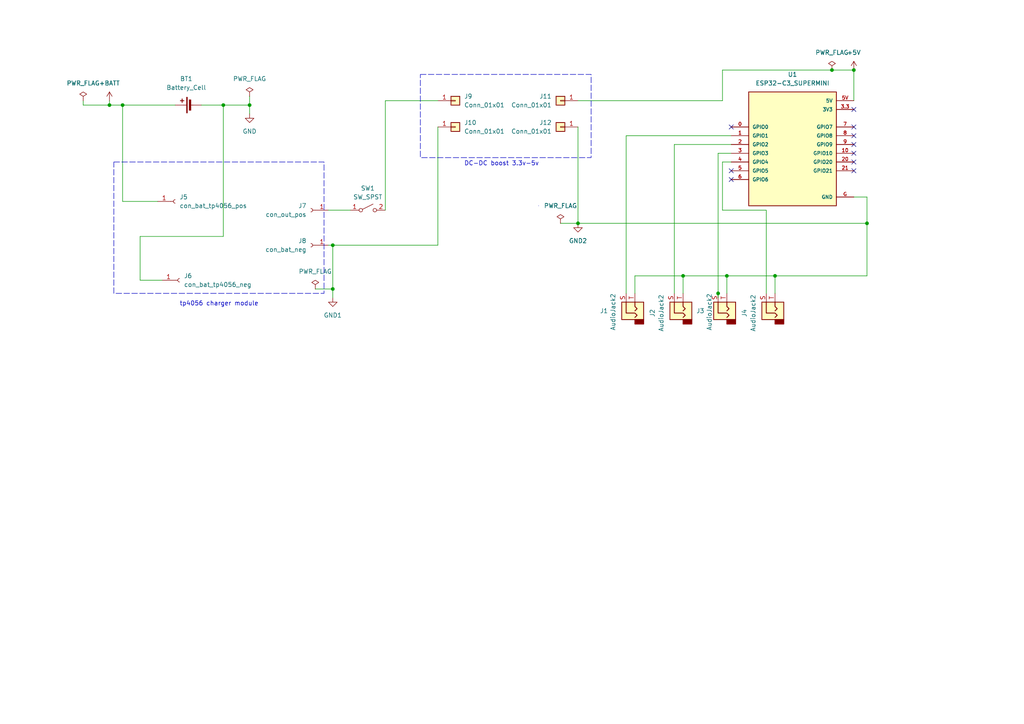
<source format=kicad_sch>
(kicad_sch (version 20230121) (generator eeschema)
  (paper "A4")
  (title_block (title "prototipo 4 emisores en 1") (date "2024-02-25") (company "La Fábrica de Palabras"))
  (lib_symbols
    (symbol "Connector:Conn_01x01_Socket" (pin_names (offset 1.016) hide)
      (property "Reference" "J" (at 0 2.54 0))
      (property "Value" "Conn_01x01_Socket" (at 0 -2.54 0))
      (symbol "Conn_01x01_Socket_1_1"
        (polyline (pts (xy -1.27 0) (xy -0.508 0)) (stroke (width 0.1524)))
        (arc (start 0 0.508) (mid -0.5058 0) (end 0 -0.508) (stroke (width 0.1524)))
        (pin passive line (at -5.08 0 0) (length 3.81) (name "Pin_1") (number "1"))
      )
    )
    (symbol "Connector_Audio:AudioJack2"
      (property "Reference" "J" (at 0 8.89 0))
      (property "Value" "AudioJack2" (at 0 6.35 0))
      (symbol "AudioJack2_0_1"
        (rectangle (start -3.81 0) (end -2.54 -2.54) (stroke (width 0.254)) (fill (type outline)))
        (rectangle (start -2.54 3.81) (end 2.54 -2.54) (stroke (width 0.254)) (fill (type background)))
        (polyline (pts (xy 0 0) (xy 0.635 -0.635) (xy 1.27 0) (xy 2.54 0)) (stroke (width 0.254)))
        (polyline (pts (xy 2.54 2.54) (xy -0.635 2.54) (xy -0.635 0) (xy -1.27 -0.635) (xy -1.905 0)) (stroke (width 0.254)))
      )
      (symbol "AudioJack2_1_1"
        (pin passive line (at 5.08 2.54 180) (length 2.54) (name "~") (number "S"))
        (pin passive line (at 5.08 0 180) (length 2.54) (name "~") (number "T"))
      )
    )
    (symbol "Connector_Generic:Conn_01x01" (pin_names (offset 1.016) hide)
      (property "Reference" "J" (at 0 2.54 0))
      (property "Value" "Conn_01x01" (at 0 -2.54 0))
      (symbol "Conn_01x01_1_1"
        (rectangle (start -1.27 0.127) (end 0 -0.127) (stroke (width 0.1524)))
        (rectangle (start -1.27 1.27) (end 1.27 -1.27) (stroke (width 0.254)) (fill (type background)))
        (pin passive line (at -5.08 0 0) (length 3.81) (name "Pin_1") (number "1"))
      )
    )
    (symbol "Device:Battery_Cell" (pin_numbers hide) (pin_names (offset 0) hide)
      (property "Reference" "BT" (at 2.54 2.54 0))
      (property "Value" "Battery_Cell" (at 2.54 0 0))
      (symbol "Battery_Cell_0_1"
        (rectangle (start -2.286 1.778) (end 2.286 1.524) (fill (type outline)))
        (rectangle (start -1.524 1.016) (end 1.524 0.508) (fill (type outline)))
        (polyline (pts (xy 0 0.762) (xy 0 0)))
        (polyline (pts (xy 0 1.778) (xy 0 2.54)))
        (polyline (pts (xy 0.762 3.048) (xy 1.778 3.048)) (stroke (width 0.254)))
        (polyline (pts (xy 1.27 3.556) (xy 1.27 2.54)) (stroke (width 0.254)))
      )
      (symbol "Battery_Cell_1_1"
        (pin passive line (at 0 5.08 270) (length 2.54) (name "+") (number "1"))
        (pin passive line (at 0 -2.54 90) (length 2.54) (name "-") (number "2"))
      )
    )
    (symbol "ESP32-C3_SUPERMINI:ESP32-C3_SUPERMINI" (pin_names (offset 1.016))
      (property "Reference" "U" (at -12.7 16.002 0))
      (property "Value" "ESP32-C3_SUPERMINI" (at -12.7 -20.32 0))
      (symbol "ESP32-C3_SUPERMINI_0_0"
        (rectangle (start -12.7 -17.78) (end 12.7 15.24) (stroke (width 0.254)) (fill (type background)))
        (pin bidirectional line (at -17.78 5.08 0) (length 5.08) (name "GPIO0") (number "0"))
        (pin bidirectional line (at -17.78 2.54 0) (length 5.08) (name "GPIO1") (number "1"))
        (pin bidirectional line (at 17.78 -2.54 180) (length 5.08) (name "GPIO10") (number "10"))
        (pin bidirectional line (at -17.78 0 0) (length 5.08) (name "GPIO2") (number "2"))
        (pin bidirectional line (at 17.78 -5.08 180) (length 5.08) (name "GPIO20") (number "20"))
        (pin bidirectional line (at 17.78 -7.62 180) (length 5.08) (name "GPIO21") (number "21"))
        (pin bidirectional line (at -17.78 -2.54 0) (length 5.08) (name "GPIO3") (number "3"))
        (pin power_in line (at 17.78 10.16 180) (length 5.08) (name "3V3") (number "3.3"))
        (pin bidirectional line (at -17.78 -5.08 0) (length 5.08) (name "GPIO4") (number "4"))
        (pin bidirectional line (at -17.78 -7.62 0) (length 5.08) (name "GPIO5") (number "5"))
        (pin power_in line (at 17.78 12.7 180) (length 5.08) (name "5V") (number "5V"))
        (pin bidirectional line (at -17.78 -10.16 0) (length 5.08) (name "GPIO6") (number "6"))
        (pin bidirectional line (at 17.78 5.08 180) (length 5.08) (name "GPIO7") (number "7"))
        (pin bidirectional line (at 17.78 2.54 180) (length 5.08) (name "GPIO8") (number "8"))
        (pin bidirectional line (at 17.78 0 180) (length 5.08) (name "GPIO9") (number "9"))
        (pin power_in line (at 17.78 -15.24 180) (length 5.08) (name "GND") (number "G"))
      )
    )
    (symbol "Switch:SW_SPST" (pin_names (offset 0) hide)
      (property "Reference" "SW" (at 0 3.175 0))
      (property "Value" "SW_SPST" (at 0 -2.54 0))
      (symbol "SW_SPST_0_0"
        (circle (center -2.032 0) (radius 0.508))
        (polyline (pts (xy -1.524 0.254) (xy 1.524 1.778)))
        (circle (center 2.032 0) (radius 0.508))
      )
      (symbol "SW_SPST_1_1"
        (pin passive line (at -5.08 0 0) (length 2.54) (name "A") (number "1"))
        (pin passive line (at 5.08 0 180) (length 2.54) (name "B") (number "2"))
      )
    )
    (symbol "power:+5V" (power) (pin_names (offset 0))
      (property "Value" "+5V" (at 0 3.556 0))
      (symbol "+5V_0_1"
        (polyline (pts (xy -0.762 1.27) (xy 0 2.54)))
        (polyline (pts (xy 0 0) (xy 0 2.54)))
        (polyline (pts (xy 0 2.54) (xy 0.762 1.27)))
      )
      (symbol "+5V_1_1"
        (pin power_in line (at 0 0 90) (length 0) hide (name "+5V") (number "1"))
      )
    )
    (symbol "power:+BATT" (power) (pin_names (offset 0))
      (property "Value" "+BATT" (at 0 3.556 0))
      (symbol "+BATT_0_1"
        (polyline (pts (xy -0.762 1.27) (xy 0 2.54)))
        (polyline (pts (xy 0 0) (xy 0 2.54)))
        (polyline (pts (xy 0 2.54) (xy 0.762 1.27)))
      )
      (symbol "+BATT_1_1"
        (pin power_in line (at 0 0 90) (length 0) hide (name "+BATT") (number "1"))
      )
    )
    (symbol "power:GND" (power) (pin_names (offset 0))
      (property "Value" "GND" (at 0 -3.81 0))
      (symbol "GND_0_1"
        (polyline (pts (xy 0 0) (xy 0 -1.27) (xy 1.27 -1.27) (xy 0 -2.54) (xy -1.27 -1.27) (xy 0 -1.27)))
      )
      (symbol "GND_1_1"
        (pin power_in line (at 0 0 270) (length 0) hide (name "GND") (number "1"))
      )
    )
    (symbol "power:GND1" (power) (pin_names (offset 0))
      (property "Value" "GND1" (at 0 -3.81 0))
      (symbol "GND1_0_1"
        (polyline (pts (xy 0 0) (xy 0 -1.27) (xy 1.27 -1.27) (xy 0 -2.54) (xy -1.27 -1.27) (xy 0 -1.27)))
      )
      (symbol "GND1_1_1"
        (pin power_in line (at 0 0 270) (length 0) hide (name "GND1") (number "1"))
      )
    )
    (symbol "power:GND2" (power) (pin_names (offset 0))
      (property "Value" "GND2" (at 0 -3.81 0))
      (symbol "GND2_0_1"
        (polyline (pts (xy 0 0) (xy 0 -1.27) (xy 1.27 -1.27) (xy 0 -2.54) (xy -1.27 -1.27) (xy 0 -1.27)))
      )
      (symbol "GND2_1_1"
        (pin power_in line (at 0 0 270) (length 0) hide (name "GND2") (number "1"))
      )
    )
    (symbol "power:PWR_FLAG" (power) (pin_numbers hide) (pin_names (offset 0) hide)
      (property "Value" "PWR_FLAG" (at 0 3.81 0))
      (symbol "PWR_FLAG_0_0"
        (pin power_out line (at 0 0 90) (length 0) (name "pwr") (number "1"))
      )
      (symbol "PWR_FLAG_0_1"
        (polyline (pts (xy 0 0) (xy 0 1.27) (xy -1.016 1.905) (xy 0 2.54) (xy 1.016 1.905) (xy 0 1.27)))
      )
    )
  )
  (junction (at 210.82 80.01))
  (junction (at 224.79 80.01))
  (junction (at 35.56 30.48))
  (junction (at 96.52 71.12))
  (junction (at 31.75 30.48))
  (junction (at 241.3 20.32))
  (junction (at 247.65 20.32))
  (junction (at 198.12 80.01))
  (junction (at 96.52 83.82))
  (junction (at 167.64 64.77))
  (junction (at 72.39 30.48))
  (junction (at 208.28 85.09))
  (junction (at 64.77 30.48))
  (junction (at 251.46 64.77))
  (no_connect (at 212.09 49.53))
  (no_connect (at 247.65 49.53))
  (no_connect (at 247.65 46.99))
  (no_connect (at 212.09 52.07))
  (no_connect (at 247.65 39.37))
  (no_connect (at 247.65 31.75))
  (no_connect (at 247.65 44.45))
  (no_connect (at 247.65 36.83))
  (no_connect (at 247.65 41.91))
  (no_connect (at 212.09 36.83))
  (wire (pts (xy 212.09 46.99) (xy 209.55 46.99)))
  (wire (pts (xy 251.46 57.15) (xy 251.46 64.77)))
  (wire (pts (xy 181.61 39.37) (xy 181.61 85.09)))
  (wire (pts (xy 35.56 30.48) (xy 31.75 30.48)))
  (wire (pts (xy 224.79 80.01) (xy 224.79 85.09)))
  (wire (pts (xy 162.56 64.77) (xy 167.64 64.77)))
  (wire (pts (xy 95.25 71.12) (xy 96.52 71.12)))
  (wire (pts (xy 167.64 36.83) (xy 167.64 64.77)))
  (wire (pts (xy 24.13 30.48) (xy 24.13 29.21)))
  (wire (pts (xy 111.76 29.21) (xy 111.76 60.96)))
  (wire (pts (xy 35.56 58.42) (xy 35.56 30.48)))
  (wire (pts (xy 31.75 29.21) (xy 31.75 30.48)))
  (wire (pts (xy 167.64 29.21) (xy 209.55 29.21)))
  (wire (pts (xy 195.58 41.91) (xy 195.58 85.09)))
  (wire (pts (xy 64.77 68.58) (xy 64.77 30.48)))
  (wire (pts (xy 72.39 30.48) (xy 72.39 27.94)))
  (wire (pts (xy 209.55 60.96) (xy 222.25 60.96)))
  (wire (pts (xy 222.25 60.96) (xy 222.25 85.09)))
  (wire (pts (xy 64.77 30.48) (xy 72.39 30.48)))
  (wire (pts (xy 251.46 80.01) (xy 224.79 80.01)))
  (wire (pts (xy 167.64 64.77) (xy 251.46 64.77)))
  (wire (pts (xy 40.64 81.28) (xy 40.64 68.58)))
  (wire (pts (xy 184.15 80.01) (xy 184.15 85.09)))
  (wire (pts (xy 247.65 57.15) (xy 251.46 57.15)))
  (wire (pts (xy 247.65 20.32) (xy 241.3 20.32)))
  (wire (pts (xy 247.65 29.21) (xy 247.65 20.32)))
  (wire (pts (xy 198.12 80.01) (xy 198.12 85.09)))
  (wire (pts (xy 95.25 60.96) (xy 101.6 60.96)))
  (wire (pts (xy 72.39 30.48) (xy 72.39 33.02)))
  (wire (pts (xy 181.61 39.37) (xy 212.09 39.37)))
  (wire (pts (xy 208.28 44.45) (xy 208.28 85.09)))
  (wire (pts (xy 195.58 41.91) (xy 212.09 41.91)))
  (wire (pts (xy 91.44 83.82) (xy 96.52 83.82)))
  (wire (pts (xy 96.52 71.12) (xy 96.52 83.82)))
  (wire (pts (xy 46.99 81.28) (xy 40.64 81.28)))
  (wire (pts (xy 45.72 58.42) (xy 35.56 58.42)))
  (wire (pts (xy 210.82 80.01) (xy 198.12 80.01)))
  (wire (pts (xy 208.28 44.45) (xy 212.09 44.45)))
  (wire (pts (xy 35.56 30.48) (xy 50.8 30.48)))
  (wire (pts (xy 127 36.83) (xy 127 71.12)))
  (wire (pts (xy 127 29.21) (xy 111.76 29.21)))
  (wire (pts (xy 251.46 64.77) (xy 251.46 80.01)))
  (wire (pts (xy 209.55 46.99) (xy 209.55 60.96)))
  (wire (pts (xy 224.79 80.01) (xy 210.82 80.01)))
  (wire (pts (xy 58.42 30.48) (xy 64.77 30.48)))
  (wire (pts (xy 127 71.12) (xy 96.52 71.12)))
  (wire (pts (xy 40.64 68.58) (xy 64.77 68.58)))
  (wire (pts (xy 31.75 30.48) (xy 24.13 30.48)))
  (wire (pts (xy 209.55 29.21) (xy 209.55 20.32)))
  (wire (pts (xy 209.55 20.32) (xy 241.3 20.32)))
  (wire (pts (xy 208.28 86.36) (xy 208.28 85.09)))
  (wire (pts (xy 198.12 80.01) (xy 184.15 80.01)))
  (wire (pts (xy 96.52 86.36) (xy 96.52 83.82)))
  (wire (pts (xy 210.82 80.01) (xy 210.82 85.09)))
  (rectangle (start 33.02 46.99) (end 93.98 85.09) (stroke (width 0) (type dash)))
  (rectangle (start 156.21 59.69) (end 156.21 59.69))
  (rectangle (start 121.92 21.59) (end 171.45 45.72) (stroke (width 0) (type dash)))
  (text "DC-DC boost 3.3v-5v" (at 134.62 48.26 0) (effects (font (size 1.27 1.27)) (justify left bottom)))
  (text "tp4056 charger module" (at 52.07 88.9 0) (effects (font (size 1.27 1.27)) (justify left bottom)))
  (symbol (lib_id "Device:Battery_Cell") (at 55.88 30.48 90) (unit 1)
    (property "Reference" "BT1" (at 54.0385 22.86 90))
    (property "Value" "Battery_Cell" (at 54.0385 25.4 90))
    (property "Footprint" "Connector_JST:JST_PH_S2B-PH-K_1x02_P2.00mm_Horizontal" (effects hide))
  )
  (symbol (lib_id "Connector_Audio:AudioJack2") (at 198.12 90.17 90) (unit 1)
    (property "Reference" "J2" (at 189.23 90.805 0))
    (property "Value" "AudioJack2" (at 191.77 90.805 0))
    (property "Footprint" "Connector_Audio:Jack_3.5mm_CUI_SJ1-3523N_Horizontal" (effects hide))
  )
  (symbol (lib_id "Connector:Conn_01x01_Socket") (at 52.07 81.28 0) (unit 1)
    (property "Reference" "J6" (at 53.34 80.01 0) (effects (justify left)))
    (property "Value" "con_bat_tp4056_neg" (at 53.34 82.55 0) (effects (justify left)))
    (property "Footprint" "Connector_PinSocket_2.54mm:PinSocket_1x01_P2.54mm_Vertical" (effects hide))
  )
  (symbol (lib_id "power:PWR_FLAG") (at 72.39 27.94 0) (unit 1)
    (property "Reference" "#FLG02" (effects hide))
    (property "Value" "PWR_FLAG" (at 72.39 22.86 0))
  )
  (symbol (lib_id "power:PWR_FLAG") (at 162.56 64.77 0) (unit 1)
    (property "Reference" "#FLG01" (effects hide))
    (property "Value" "PWR_FLAG" (at 162.56 59.69 0))
  )
  (symbol (lib_id "Connector_Generic:Conn_01x01") (at 162.56 36.83 0) (mirror y) (unit 1)
    (property "Reference" "J12" (at 160.02 35.56 0) (effects (justify left)))
    (property "Value" "Conn_01x01" (at 160.02 38.1 0) (effects (justify left)))
    (property "Footprint" "Connector_PinSocket_2.54mm:PinSocket_1x01_P2.54mm_Vertical" (effects hide))
  )
  (symbol (lib_id "Connector_Generic:Conn_01x01") (at 162.56 29.21 0) (mirror y) (unit 1)
    (property "Reference" "J11" (at 160.02 27.94 0) (effects (justify left)))
    (property "Value" "Conn_01x01" (at 160.02 30.48 0) (effects (justify left)))
    (property "Footprint" "Connector_PinSocket_2.54mm:PinSocket_1x01_P2.54mm_Vertical" (effects hide))
  )
  (symbol (lib_id "power:+5V") (at 247.65 20.32 0) (unit 1)
    (property "Reference" "#PWR01" (effects hide))
    (property "Value" "+5V" (at 247.65 15.24 0))
  )
  (symbol (lib_id "Connector:Conn_01x01_Socket") (at 90.17 71.12 0) (mirror y) (unit 1)
    (property "Reference" "J8" (at 88.9 69.85 0) (effects (justify left)))
    (property "Value" "con_bat_neg" (at 88.9 72.39 0) (effects (justify left)))
    (property "Footprint" "Connector_PinSocket_2.54mm:PinSocket_1x01_P2.54mm_Vertical" (effects hide))
  )
  (symbol (lib_id "power:PWR_FLAG") (at 91.44 83.82 0) (unit 1)
    (property "Reference" "#FLG05" (effects hide))
    (property "Value" "PWR_FLAG" (at 91.44 78.74 0))
  )
  (symbol (lib_id "power:GND2") (at 167.64 64.77 0) (unit 1)
    (property "Reference" "#PWR02" (effects hide))
    (property "Value" "GND2" (at 167.64 69.85 0))
  )
  (symbol (lib_id "Connector_Audio:AudioJack2") (at 210.82 90.17 90) (unit 1)
    (property "Reference" "J3" (at 201.93 90.17 90) (effects (justify right)))
    (property "Value" "AudioJack2" (at 205.74 85.09 0) (effects (justify right)))
    (property "Footprint" "Connector_Audio:Jack_3.5mm_CUI_SJ1-3523N_Horizontal" (effects hide))
  )
  (symbol (lib_id "Connector:Conn_01x01_Socket") (at 50.8 58.42 0) (unit 1)
    (property "Reference" "J5" (at 52.07 57.15 0) (effects (justify left)))
    (property "Value" "con_bat_tp4056_pos" (at 52.07 59.69 0) (effects (justify left)))
    (property "Footprint" "Connector_PinSocket_2.54mm:PinSocket_1x01_P2.54mm_Vertical" (effects hide))
  )
  (symbol (lib_id "Connector_Audio:AudioJack2") (at 224.79 90.17 90) (unit 1)
    (property "Reference" "J4" (at 215.9 90.805 0))
    (property "Value" "AudioJack2" (at 218.44 90.805 0))
    (property "Footprint" "Connector_Audio:Jack_3.5mm_CUI_SJ1-3523N_Horizontal" (effects hide))
  )
  (symbol (lib_id "power:+BATT") (at 31.75 29.21 0) (unit 1)
    (property "Reference" "#PWR04" (effects hide))
    (property "Value" "+BATT" (at 31.75 24.13 0))
  )
  (symbol (lib_id "power:GND") (at 72.39 33.02 0) (unit 1)
    (property "Reference" "#PWR03" (effects hide))
    (property "Value" "GND" (at 72.39 38.1 0))
  )
  (symbol (lib_id "Connector:Conn_01x01_Socket") (at 90.17 60.96 0) (mirror y) (unit 1)
    (property "Reference" "J7" (at 88.9 59.69 0) (effects (justify left)))
    (property "Value" "con_out_pos" (at 88.9 62.23 0) (effects (justify left)))
    (property "Footprint" "Connector_PinSocket_2.54mm:PinSocket_1x01_P2.54mm_Vertical" (effects hide))
  )
  (symbol (lib_id "power:PWR_FLAG") (at 24.13 29.21 0) (unit 1)
    (property "Reference" "#FLG03" (effects hide))
    (property "Value" "PWR_FLAG" (at 24.13 24.13 0))
  )
  (symbol (lib_id "Connector_Generic:Conn_01x01") (at 132.08 36.83 0) (unit 1)
    (property "Reference" "J10" (at 134.62 35.56 0) (effects (justify left)))
    (property "Value" "Conn_01x01" (at 134.62 38.1 0) (effects (justify left)))
    (property "Footprint" "Connector_PinSocket_2.54mm:PinSocket_1x01_P2.54mm_Vertical" (effects hide))
  )
  (symbol (lib_id "Connector_Generic:Conn_01x01") (at 132.08 29.21 0) (unit 1)
    (property "Reference" "J9" (at 134.62 27.94 0) (effects (justify left)))
    (property "Value" "Conn_01x01" (at 134.62 30.48 0) (effects (justify left)))
    (property "Footprint" "Connector_PinSocket_2.54mm:PinSocket_1x01_P2.54mm_Vertical" (effects hide))
  )
  (symbol (lib_id "Switch:SW_SPST") (at 106.68 60.96 0) (unit 1)
    (property "Reference" "SW1" (at 106.68 54.61 0))
    (property "Value" "SW_SPST" (at 106.68 57.15 0))
    (property "Footprint" "Connector_JST:JST_EH_S2B-EH_1x02_P2.50mm_Horizontal" (effects hide))
  )
  (symbol (lib_id "ESP32-C3_SUPERMINI:ESP32-C3_SUPERMINI") (at 229.87 41.91 0) (unit 1)
    (property "Reference" "U1" (at 229.87 21.59 0))
    (property "Value" "ESP32-C3_SUPERMINI" (at 229.87 24.13 0))
    (property "Footprint" "ESP32-C3_SUPERMINI:MODULE_ESP32-C3_SUPERMINI" (effects hide))
    (property "MF" "Espressif Systems" (effects hide))
    (property "MAXIMUM_PACKAGE_HEIGHT" "4.2mm" (effects hide))
    (property "Package" "Package" (effects hide))
    (property "Price" "None" (effects hide))
    (property "Check_prices" "https://www.snapeda.com/parts/ESP32-C3%20SuperMini/Espressif+Systems/view-part/?ref=eda" (effects hide))
    (property "STANDARD" "Manufacturer Recommendations" (effects hide))
    (property "SnapEDA_Link" "https://www.snapeda.com/parts/ESP32-C3%20SuperMini/Espressif+Systems/view-part/?ref=snap" (effects hide))
    (property "MP" "ESP32-C3 SuperMini" (effects hide))
    (property "Description" "\nSuper tiny ESP32-C3 board\n" (effects hide))
    (property "Availability" "Not in stock" (effects hide))
    (property "MANUFACTURER" "Espressif" (effects hide))
  )
  (symbol (lib_id "power:GND1") (at 96.52 86.36 0) (unit 1)
    (property "Reference" "#PWR05" (effects hide))
    (property "Value" "GND1" (at 96.52 91.44 0))
  )
  (symbol (lib_id "Connector_Audio:AudioJack2") (at 184.15 90.17 90) (unit 1)
    (property "Reference" "J1" (at 173.99 90.17 90) (effects (justify right)))
    (property "Value" "AudioJack2" (at 177.8 85.09 0) (effects (justify right)))
    (property "Footprint" "Connector_Audio:Jack_3.5mm_CUI_SJ1-3523N_Horizontal" (effects hide))
  )
  (symbol (lib_id "power:PWR_FLAG") (at 241.3 20.32 0) (unit 1)
    (property "Reference" "#FLG04" (effects hide))
    (property "Value" "PWR_FLAG" (at 241.3 15.24 0))
  )
)
</source>
